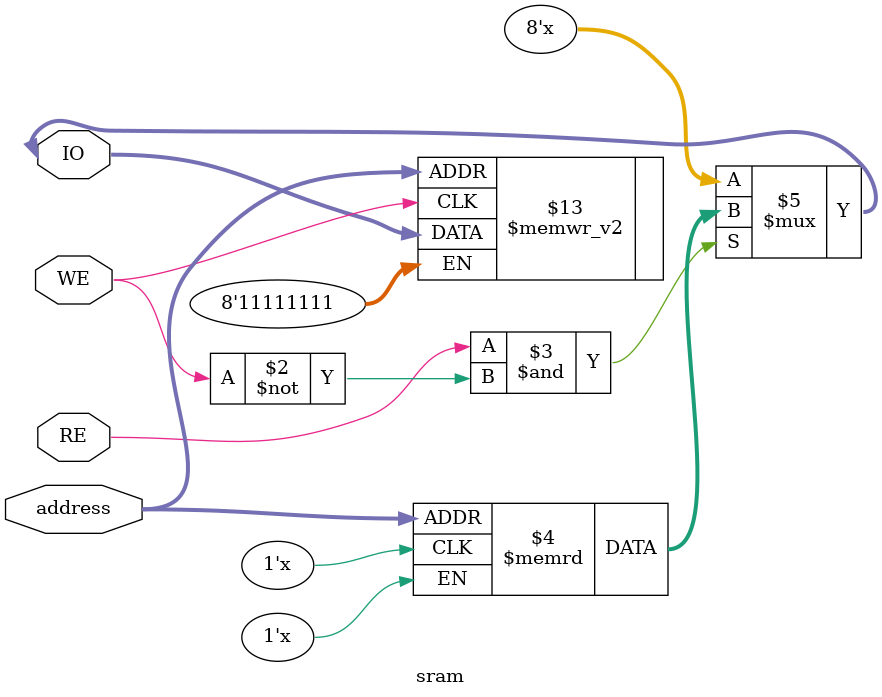
<source format=v>
module sram(address, IO, RE, WE);
	input [12:0] address;
	input RE, WE;
	inout [7:0] IO;
	
	reg [7:0] mem [8191:0];
	
	assign IO = (RE & ~WE)? mem[address]:8'hzz;
	
	always @(posedge WE) begin
		mem[address] <= IO;
	end
endmodule

</source>
